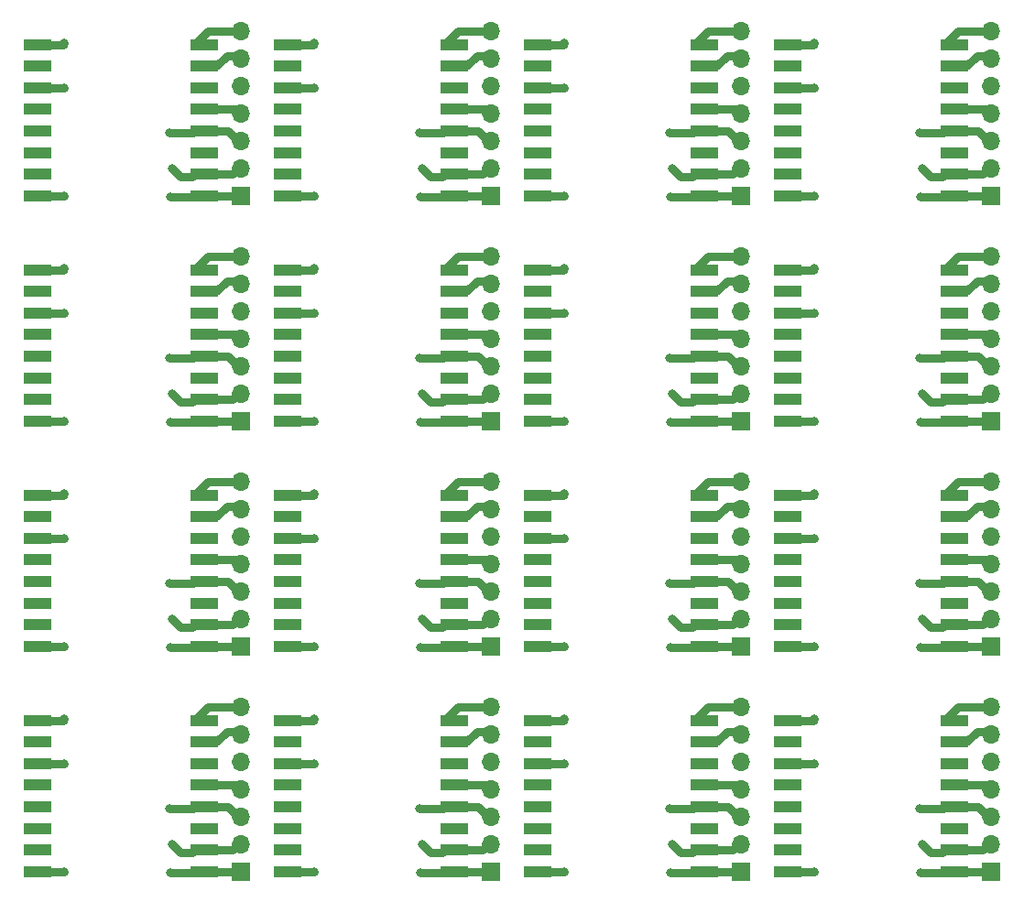
<source format=gbr>
G04 #@! TF.GenerationSoftware,KiCad,Pcbnew,5.1.6-c6e7f7d~86~ubuntu19.10.1*
G04 #@! TF.CreationDate,2021-03-24T16:57:24+01:00*
G04 #@! TF.ProjectId,ESP_12F,4553505f-3132-4462-9e6b-696361645f70,rev?*
G04 #@! TF.SameCoordinates,Original*
G04 #@! TF.FileFunction,Copper,L1,Top*
G04 #@! TF.FilePolarity,Positive*
%FSLAX46Y46*%
G04 Gerber Fmt 4.6, Leading zero omitted, Abs format (unit mm)*
G04 Created by KiCad (PCBNEW 5.1.6-c6e7f7d~86~ubuntu19.10.1) date 2021-03-24 16:57:24*
%MOMM*%
%LPD*%
G01*
G04 APERTURE LIST*
G04 #@! TA.AperFunction,ComponentPad*
%ADD10R,1.700000X1.700000*%
G04 #@! TD*
G04 #@! TA.AperFunction,ComponentPad*
%ADD11O,1.700000X1.700000*%
G04 #@! TD*
G04 #@! TA.AperFunction,SMDPad,CuDef*
%ADD12R,2.500000X1.100000*%
G04 #@! TD*
G04 #@! TA.AperFunction,ViaPad*
%ADD13C,0.800000*%
G04 #@! TD*
G04 #@! TA.AperFunction,Conductor*
%ADD14C,0.800000*%
G04 #@! TD*
G04 APERTURE END LIST*
D10*
X206502000Y-73152000D03*
D11*
X206502000Y-70612000D03*
X206502000Y-68072000D03*
X206502000Y-65532000D03*
X206502000Y-62992000D03*
X206502000Y-60452000D03*
X206502000Y-57912000D03*
X183388000Y-57912000D03*
X183388000Y-60452000D03*
X183388000Y-62992000D03*
X183388000Y-65532000D03*
X183388000Y-68072000D03*
X183388000Y-70612000D03*
D10*
X183388000Y-73152000D03*
D12*
X187768000Y-121666000D03*
X187768000Y-123666000D03*
X187768000Y-125666000D03*
X187768000Y-127666000D03*
X187768000Y-129666000D03*
X187768000Y-131666000D03*
X187768000Y-133666000D03*
X187768000Y-135666000D03*
X203168000Y-135666000D03*
X203168000Y-133666000D03*
X203168000Y-131666000D03*
X203168000Y-129666000D03*
X203168000Y-127666000D03*
X203168000Y-125666000D03*
X203168000Y-123666000D03*
X203168000Y-121666000D03*
X203168000Y-80010000D03*
X203168000Y-82010000D03*
X203168000Y-84010000D03*
X203168000Y-86010000D03*
X203168000Y-88010000D03*
X203168000Y-90010000D03*
X203168000Y-92010000D03*
X203168000Y-94010000D03*
X187768000Y-94010000D03*
X187768000Y-92010000D03*
X187768000Y-90010000D03*
X187768000Y-88010000D03*
X187768000Y-86010000D03*
X187768000Y-84010000D03*
X187768000Y-82010000D03*
X187768000Y-80010000D03*
D11*
X206502000Y-78740000D03*
X206502000Y-81280000D03*
X206502000Y-83820000D03*
X206502000Y-86360000D03*
X206502000Y-88900000D03*
X206502000Y-91440000D03*
D10*
X206502000Y-93980000D03*
D12*
X180054000Y-121666000D03*
X180054000Y-123666000D03*
X180054000Y-125666000D03*
X180054000Y-127666000D03*
X180054000Y-129666000D03*
X180054000Y-131666000D03*
X180054000Y-133666000D03*
X180054000Y-135666000D03*
X164654000Y-135666000D03*
X164654000Y-133666000D03*
X164654000Y-131666000D03*
X164654000Y-129666000D03*
X164654000Y-127666000D03*
X164654000Y-125666000D03*
X164654000Y-123666000D03*
X164654000Y-121666000D03*
X180054000Y-59182000D03*
X180054000Y-61182000D03*
X180054000Y-63182000D03*
X180054000Y-65182000D03*
X180054000Y-67182000D03*
X180054000Y-69182000D03*
X180054000Y-71182000D03*
X180054000Y-73182000D03*
X164654000Y-73182000D03*
X164654000Y-71182000D03*
X164654000Y-69182000D03*
X164654000Y-67182000D03*
X164654000Y-65182000D03*
X164654000Y-63182000D03*
X164654000Y-61182000D03*
X164654000Y-59182000D03*
X164654000Y-80010000D03*
X164654000Y-82010000D03*
X164654000Y-84010000D03*
X164654000Y-86010000D03*
X164654000Y-88010000D03*
X164654000Y-90010000D03*
X164654000Y-92010000D03*
X164654000Y-94010000D03*
X180054000Y-94010000D03*
X180054000Y-92010000D03*
X180054000Y-90010000D03*
X180054000Y-88010000D03*
X180054000Y-86010000D03*
X180054000Y-84010000D03*
X180054000Y-82010000D03*
X180054000Y-80010000D03*
D10*
X206502000Y-135636000D03*
D11*
X206502000Y-133096000D03*
X206502000Y-130556000D03*
X206502000Y-128016000D03*
X206502000Y-125476000D03*
X206502000Y-122936000D03*
X206502000Y-120396000D03*
D10*
X183388000Y-114808000D03*
D11*
X183388000Y-112268000D03*
X183388000Y-109728000D03*
X183388000Y-107188000D03*
X183388000Y-104648000D03*
X183388000Y-102108000D03*
X183388000Y-99568000D03*
X206502000Y-99568000D03*
X206502000Y-102108000D03*
X206502000Y-104648000D03*
X206502000Y-107188000D03*
X206502000Y-109728000D03*
X206502000Y-112268000D03*
D10*
X206502000Y-114808000D03*
D12*
X164654000Y-100838000D03*
X164654000Y-102838000D03*
X164654000Y-104838000D03*
X164654000Y-106838000D03*
X164654000Y-108838000D03*
X164654000Y-110838000D03*
X164654000Y-112838000D03*
X164654000Y-114838000D03*
X180054000Y-114838000D03*
X180054000Y-112838000D03*
X180054000Y-110838000D03*
X180054000Y-108838000D03*
X180054000Y-106838000D03*
X180054000Y-104838000D03*
X180054000Y-102838000D03*
X180054000Y-100838000D03*
X187768000Y-59182000D03*
X187768000Y-61182000D03*
X187768000Y-63182000D03*
X187768000Y-65182000D03*
X187768000Y-67182000D03*
X187768000Y-69182000D03*
X187768000Y-71182000D03*
X187768000Y-73182000D03*
X203168000Y-73182000D03*
X203168000Y-71182000D03*
X203168000Y-69182000D03*
X203168000Y-67182000D03*
X203168000Y-65182000D03*
X203168000Y-63182000D03*
X203168000Y-61182000D03*
X203168000Y-59182000D03*
D10*
X183388000Y-93980000D03*
D11*
X183388000Y-91440000D03*
X183388000Y-88900000D03*
X183388000Y-86360000D03*
X183388000Y-83820000D03*
X183388000Y-81280000D03*
X183388000Y-78740000D03*
D12*
X203168000Y-100838000D03*
X203168000Y-102838000D03*
X203168000Y-104838000D03*
X203168000Y-106838000D03*
X203168000Y-108838000D03*
X203168000Y-110838000D03*
X203168000Y-112838000D03*
X203168000Y-114838000D03*
X187768000Y-114838000D03*
X187768000Y-112838000D03*
X187768000Y-110838000D03*
X187768000Y-108838000D03*
X187768000Y-106838000D03*
X187768000Y-104838000D03*
X187768000Y-102838000D03*
X187768000Y-100838000D03*
D11*
X183388000Y-120396000D03*
X183388000Y-122936000D03*
X183388000Y-125476000D03*
X183388000Y-128016000D03*
X183388000Y-130556000D03*
X183388000Y-133096000D03*
D10*
X183388000Y-135636000D03*
X252730000Y-114808000D03*
D11*
X252730000Y-112268000D03*
X252730000Y-109728000D03*
X252730000Y-107188000D03*
X252730000Y-104648000D03*
X252730000Y-102108000D03*
X252730000Y-99568000D03*
X229616000Y-99568000D03*
X229616000Y-102108000D03*
X229616000Y-104648000D03*
X229616000Y-107188000D03*
X229616000Y-109728000D03*
X229616000Y-112268000D03*
D10*
X229616000Y-114808000D03*
D12*
X249396000Y-121666000D03*
X249396000Y-123666000D03*
X249396000Y-125666000D03*
X249396000Y-127666000D03*
X249396000Y-129666000D03*
X249396000Y-131666000D03*
X249396000Y-133666000D03*
X249396000Y-135666000D03*
X233996000Y-135666000D03*
X233996000Y-133666000D03*
X233996000Y-131666000D03*
X233996000Y-129666000D03*
X233996000Y-127666000D03*
X233996000Y-125666000D03*
X233996000Y-123666000D03*
X233996000Y-121666000D03*
D11*
X252730000Y-120396000D03*
X252730000Y-122936000D03*
X252730000Y-125476000D03*
X252730000Y-128016000D03*
X252730000Y-130556000D03*
X252730000Y-133096000D03*
D10*
X252730000Y-135636000D03*
D12*
X226282000Y-100838000D03*
X226282000Y-102838000D03*
X226282000Y-104838000D03*
X226282000Y-106838000D03*
X226282000Y-108838000D03*
X226282000Y-110838000D03*
X226282000Y-112838000D03*
X226282000Y-114838000D03*
X210882000Y-114838000D03*
X210882000Y-112838000D03*
X210882000Y-110838000D03*
X210882000Y-108838000D03*
X210882000Y-106838000D03*
X210882000Y-104838000D03*
X210882000Y-102838000D03*
X210882000Y-100838000D03*
X210882000Y-121666000D03*
X210882000Y-123666000D03*
X210882000Y-125666000D03*
X210882000Y-127666000D03*
X210882000Y-129666000D03*
X210882000Y-131666000D03*
X210882000Y-133666000D03*
X210882000Y-135666000D03*
X226282000Y-135666000D03*
X226282000Y-133666000D03*
X226282000Y-131666000D03*
X226282000Y-129666000D03*
X226282000Y-127666000D03*
X226282000Y-125666000D03*
X226282000Y-123666000D03*
X226282000Y-121666000D03*
X233996000Y-100838000D03*
X233996000Y-102838000D03*
X233996000Y-104838000D03*
X233996000Y-106838000D03*
X233996000Y-108838000D03*
X233996000Y-110838000D03*
X233996000Y-112838000D03*
X233996000Y-114838000D03*
X249396000Y-114838000D03*
X249396000Y-112838000D03*
X249396000Y-110838000D03*
X249396000Y-108838000D03*
X249396000Y-106838000D03*
X249396000Y-104838000D03*
X249396000Y-102838000D03*
X249396000Y-100838000D03*
D10*
X229616000Y-135636000D03*
D11*
X229616000Y-133096000D03*
X229616000Y-130556000D03*
X229616000Y-128016000D03*
X229616000Y-125476000D03*
X229616000Y-122936000D03*
X229616000Y-120396000D03*
D10*
X252730000Y-93980000D03*
D11*
X252730000Y-91440000D03*
X252730000Y-88900000D03*
X252730000Y-86360000D03*
X252730000Y-83820000D03*
X252730000Y-81280000D03*
X252730000Y-78740000D03*
X229616000Y-78740000D03*
X229616000Y-81280000D03*
X229616000Y-83820000D03*
X229616000Y-86360000D03*
X229616000Y-88900000D03*
X229616000Y-91440000D03*
D10*
X229616000Y-93980000D03*
D12*
X226282000Y-80010000D03*
X226282000Y-82010000D03*
X226282000Y-84010000D03*
X226282000Y-86010000D03*
X226282000Y-88010000D03*
X226282000Y-90010000D03*
X226282000Y-92010000D03*
X226282000Y-94010000D03*
X210882000Y-94010000D03*
X210882000Y-92010000D03*
X210882000Y-90010000D03*
X210882000Y-88010000D03*
X210882000Y-86010000D03*
X210882000Y-84010000D03*
X210882000Y-82010000D03*
X210882000Y-80010000D03*
X233996000Y-80010000D03*
X233996000Y-82010000D03*
X233996000Y-84010000D03*
X233996000Y-86010000D03*
X233996000Y-88010000D03*
X233996000Y-90010000D03*
X233996000Y-92010000D03*
X233996000Y-94010000D03*
X249396000Y-94010000D03*
X249396000Y-92010000D03*
X249396000Y-90010000D03*
X249396000Y-88010000D03*
X249396000Y-86010000D03*
X249396000Y-84010000D03*
X249396000Y-82010000D03*
X249396000Y-80010000D03*
D10*
X229616000Y-73152000D03*
D11*
X229616000Y-70612000D03*
X229616000Y-68072000D03*
X229616000Y-65532000D03*
X229616000Y-62992000D03*
X229616000Y-60452000D03*
X229616000Y-57912000D03*
D12*
X210882000Y-59182000D03*
X210882000Y-61182000D03*
X210882000Y-63182000D03*
X210882000Y-65182000D03*
X210882000Y-67182000D03*
X210882000Y-69182000D03*
X210882000Y-71182000D03*
X210882000Y-73182000D03*
X226282000Y-73182000D03*
X226282000Y-71182000D03*
X226282000Y-69182000D03*
X226282000Y-67182000D03*
X226282000Y-65182000D03*
X226282000Y-63182000D03*
X226282000Y-61182000D03*
X226282000Y-59182000D03*
X249396000Y-59182000D03*
X249396000Y-61182000D03*
X249396000Y-63182000D03*
X249396000Y-65182000D03*
X249396000Y-67182000D03*
X249396000Y-69182000D03*
X249396000Y-71182000D03*
X249396000Y-73182000D03*
X233996000Y-73182000D03*
X233996000Y-71182000D03*
X233996000Y-69182000D03*
X233996000Y-67182000D03*
X233996000Y-65182000D03*
X233996000Y-63182000D03*
X233996000Y-61182000D03*
X233996000Y-59182000D03*
D11*
X252730000Y-57912000D03*
X252730000Y-60452000D03*
X252730000Y-62992000D03*
X252730000Y-65532000D03*
X252730000Y-68072000D03*
X252730000Y-70612000D03*
D10*
X252730000Y-73152000D03*
D13*
X236444000Y-73182000D03*
X213330000Y-73182000D03*
X236444000Y-94010000D03*
X213330000Y-94010000D03*
X213330000Y-135666000D03*
X236444000Y-114838000D03*
X236444000Y-135666000D03*
X213330000Y-114838000D03*
X167102000Y-135666000D03*
X167102000Y-94010000D03*
X190216000Y-114838000D03*
X190216000Y-135666000D03*
X190216000Y-73182000D03*
X190216000Y-94010000D03*
X167102000Y-114838000D03*
X167102000Y-73182000D03*
X246220000Y-73312000D03*
X223106000Y-73312000D03*
X246220000Y-94140000D03*
X223106000Y-94140000D03*
X246220000Y-135796000D03*
X246220000Y-114968000D03*
X223106000Y-114968000D03*
X223106000Y-135796000D03*
X199992000Y-94140000D03*
X199992000Y-73312000D03*
X199992000Y-135796000D03*
X176878000Y-114968000D03*
X176878000Y-135796000D03*
X199992000Y-114968000D03*
X176878000Y-73312000D03*
X176878000Y-94140000D03*
X236410000Y-63182000D03*
X213296000Y-63182000D03*
X213296000Y-84010000D03*
X236410000Y-84010000D03*
X213296000Y-104838000D03*
X236410000Y-125666000D03*
X213296000Y-125666000D03*
X236410000Y-104838000D03*
X167068000Y-63182000D03*
X190182000Y-84010000D03*
X190182000Y-104838000D03*
X167068000Y-125666000D03*
X167068000Y-84010000D03*
X190182000Y-63182000D03*
X167068000Y-104838000D03*
X190182000Y-125666000D03*
X236406001Y-59067001D03*
X213292001Y-59067001D03*
X236406001Y-79895001D03*
X213292001Y-79895001D03*
X236406001Y-100723001D03*
X213292001Y-100723001D03*
X236406001Y-121551001D03*
X213292001Y-121551001D03*
X167064001Y-121551001D03*
X190178001Y-59067001D03*
X167064001Y-59067001D03*
X190178001Y-79895001D03*
X167064001Y-79895001D03*
X190178001Y-121551001D03*
X190178001Y-100723001D03*
X167064001Y-100723001D03*
X246380000Y-70612000D03*
X223266000Y-70612000D03*
X246380000Y-91440000D03*
X223266000Y-91440000D03*
X223266000Y-133096000D03*
X246380000Y-112268000D03*
X223266000Y-112268000D03*
X246380000Y-133096000D03*
X200152000Y-112268000D03*
X200152000Y-133096000D03*
X177038000Y-91440000D03*
X200152000Y-70612000D03*
X177038000Y-70612000D03*
X177038000Y-112268000D03*
X177038000Y-133096000D03*
X200152000Y-91440000D03*
X246126000Y-67310000D03*
X223012000Y-67310000D03*
X223012000Y-88138000D03*
X246126000Y-88138000D03*
X246126000Y-129794000D03*
X223012000Y-108966000D03*
X246126000Y-108966000D03*
X223012000Y-129794000D03*
X176784000Y-108966000D03*
X199898000Y-108966000D03*
X199898000Y-88138000D03*
X176784000Y-67310000D03*
X199898000Y-129794000D03*
X199898000Y-67310000D03*
X176784000Y-129794000D03*
X176784000Y-88138000D03*
D14*
X234442000Y-63182000D02*
X236410000Y-63182000D01*
X234442000Y-73182000D02*
X236444000Y-73182000D01*
X236444000Y-73182000D02*
X236444000Y-73182000D01*
X213330000Y-73182000D02*
X213330000Y-73182000D01*
X211328000Y-73182000D02*
X213330000Y-73182000D01*
X211328000Y-94010000D02*
X213330000Y-94010000D01*
X236444000Y-94010000D02*
X236444000Y-94010000D01*
X213330000Y-94010000D02*
X213330000Y-94010000D01*
X234442000Y-94010000D02*
X236444000Y-94010000D01*
X234442000Y-135666000D02*
X236444000Y-135666000D01*
X211328000Y-135666000D02*
X213330000Y-135666000D01*
X211328000Y-114838000D02*
X213330000Y-114838000D01*
X236444000Y-135666000D02*
X236444000Y-135666000D01*
X236444000Y-114838000D02*
X236444000Y-114838000D01*
X213330000Y-114838000D02*
X213330000Y-114838000D01*
X234442000Y-114838000D02*
X236444000Y-114838000D01*
X213330000Y-135666000D02*
X213330000Y-135666000D01*
X165100000Y-114838000D02*
X167102000Y-114838000D01*
X188214000Y-135666000D02*
X190216000Y-135666000D01*
X165100000Y-135666000D02*
X167102000Y-135666000D01*
X188214000Y-114838000D02*
X190216000Y-114838000D01*
X188214000Y-94010000D02*
X190216000Y-94010000D01*
X165100000Y-94010000D02*
X167102000Y-94010000D01*
X165100000Y-73182000D02*
X167102000Y-73182000D01*
X190216000Y-94010000D02*
X190216000Y-94010000D01*
X190216000Y-73182000D02*
X190216000Y-73182000D01*
X167102000Y-73182000D02*
X167102000Y-73182000D01*
X167102000Y-114838000D02*
X167102000Y-114838000D01*
X190216000Y-135666000D02*
X190216000Y-135666000D01*
X188214000Y-73182000D02*
X190216000Y-73182000D01*
X167102000Y-135666000D02*
X167102000Y-135666000D01*
X190216000Y-114838000D02*
X190216000Y-114838000D01*
X167102000Y-94010000D02*
X167102000Y-94010000D01*
X252506000Y-73182000D02*
X252523001Y-73199001D01*
X248442000Y-73182000D02*
X252506000Y-73182000D01*
X248312000Y-73312000D02*
X248442000Y-73182000D01*
X246220000Y-73312000D02*
X248312000Y-73312000D01*
X229392000Y-73182000D02*
X229409001Y-73199001D01*
X223106000Y-73312000D02*
X225198000Y-73312000D01*
X225198000Y-73312000D02*
X225328000Y-73182000D01*
X225328000Y-73182000D02*
X229392000Y-73182000D01*
X252506000Y-94010000D02*
X252523001Y-94027001D01*
X246220000Y-94140000D02*
X248312000Y-94140000D01*
X248312000Y-94140000D02*
X248442000Y-94010000D01*
X248442000Y-94010000D02*
X252506000Y-94010000D01*
X225328000Y-94010000D02*
X229392000Y-94010000D01*
X229392000Y-94010000D02*
X229409001Y-94027001D01*
X225198000Y-94140000D02*
X225328000Y-94010000D01*
X223106000Y-94140000D02*
X225198000Y-94140000D01*
X246220000Y-135796000D02*
X248312000Y-135796000D01*
X225328000Y-135666000D02*
X229392000Y-135666000D01*
X252506000Y-114838000D02*
X252523001Y-114855001D01*
X246220000Y-114968000D02*
X248312000Y-114968000D01*
X225198000Y-135796000D02*
X225328000Y-135666000D01*
X248312000Y-114968000D02*
X248442000Y-114838000D01*
X248442000Y-135666000D02*
X252506000Y-135666000D01*
X229392000Y-135666000D02*
X229409001Y-135683001D01*
X248442000Y-114838000D02*
X252506000Y-114838000D01*
X225328000Y-114838000D02*
X229392000Y-114838000D01*
X229392000Y-114838000D02*
X229409001Y-114855001D01*
X225198000Y-114968000D02*
X225328000Y-114838000D01*
X252506000Y-135666000D02*
X252523001Y-135683001D01*
X223106000Y-114968000D02*
X225198000Y-114968000D01*
X223106000Y-135796000D02*
X225198000Y-135796000D01*
X248312000Y-135796000D02*
X248442000Y-135666000D01*
X206278000Y-114838000D02*
X206295001Y-114855001D01*
X183164000Y-114838000D02*
X183181001Y-114855001D01*
X199992000Y-94140000D02*
X202084000Y-94140000D01*
X202084000Y-114968000D02*
X202214000Y-114838000D01*
X179100000Y-94010000D02*
X183164000Y-94010000D01*
X206278000Y-73182000D02*
X206295001Y-73199001D01*
X199992000Y-73312000D02*
X202084000Y-73312000D01*
X202084000Y-135796000D02*
X202214000Y-135666000D01*
X178970000Y-94140000D02*
X179100000Y-94010000D01*
X202084000Y-73312000D02*
X202214000Y-73182000D01*
X178970000Y-114968000D02*
X179100000Y-114838000D01*
X202214000Y-94010000D02*
X206278000Y-94010000D01*
X183164000Y-94010000D02*
X183181001Y-94027001D01*
X176878000Y-114968000D02*
X178970000Y-114968000D01*
X176878000Y-135796000D02*
X178970000Y-135796000D01*
X202214000Y-73182000D02*
X206278000Y-73182000D01*
X199992000Y-135796000D02*
X202084000Y-135796000D01*
X202214000Y-114838000D02*
X206278000Y-114838000D01*
X179100000Y-73182000D02*
X183164000Y-73182000D01*
X202214000Y-135666000D02*
X206278000Y-135666000D01*
X183164000Y-73182000D02*
X183181001Y-73199001D01*
X178970000Y-135796000D02*
X179100000Y-135666000D01*
X178970000Y-73312000D02*
X179100000Y-73182000D01*
X179100000Y-114838000D02*
X183164000Y-114838000D01*
X179100000Y-135666000D02*
X183164000Y-135666000D01*
X183164000Y-135666000D02*
X183181001Y-135683001D01*
X206278000Y-135666000D02*
X206295001Y-135683001D01*
X206278000Y-94010000D02*
X206295001Y-94027001D01*
X199992000Y-114968000D02*
X202084000Y-114968000D01*
X176878000Y-73312000D02*
X178970000Y-73312000D01*
X176878000Y-94140000D02*
X178970000Y-94140000D01*
X202084000Y-94140000D02*
X202214000Y-94010000D01*
X236410000Y-63182000D02*
X236410000Y-63182000D01*
X211328000Y-63182000D02*
X213296000Y-63182000D01*
X213296000Y-63182000D02*
X213296000Y-63182000D01*
X213296000Y-84010000D02*
X213296000Y-84010000D01*
X211328000Y-84010000D02*
X213296000Y-84010000D01*
X234442000Y-84010000D02*
X236410000Y-84010000D01*
X236410000Y-84010000D02*
X236410000Y-84010000D01*
X213296000Y-125666000D02*
X213296000Y-125666000D01*
X213296000Y-104838000D02*
X213296000Y-104838000D01*
X211328000Y-104838000D02*
X213296000Y-104838000D01*
X234442000Y-104838000D02*
X236410000Y-104838000D01*
X234442000Y-125666000D02*
X236410000Y-125666000D01*
X236410000Y-125666000D02*
X236410000Y-125666000D01*
X211328000Y-125666000D02*
X213296000Y-125666000D01*
X236410000Y-104838000D02*
X236410000Y-104838000D01*
X188214000Y-104838000D02*
X190182000Y-104838000D01*
X188214000Y-125666000D02*
X190182000Y-125666000D01*
X165100000Y-125666000D02*
X167068000Y-125666000D01*
X190182000Y-104838000D02*
X190182000Y-104838000D01*
X167068000Y-84010000D02*
X167068000Y-84010000D01*
X167068000Y-63182000D02*
X167068000Y-63182000D01*
X165100000Y-63182000D02*
X167068000Y-63182000D01*
X167068000Y-104838000D02*
X167068000Y-104838000D01*
X188214000Y-63182000D02*
X190182000Y-63182000D01*
X188214000Y-84010000D02*
X190182000Y-84010000D01*
X190182000Y-84010000D02*
X190182000Y-84010000D01*
X165100000Y-104838000D02*
X167068000Y-104838000D01*
X165100000Y-84010000D02*
X167068000Y-84010000D01*
X190182000Y-63182000D02*
X190182000Y-63182000D01*
X167068000Y-125666000D02*
X167068000Y-125666000D01*
X190182000Y-125666000D02*
X190182000Y-125666000D01*
X234556999Y-59067001D02*
X234442000Y-59182000D01*
X236291002Y-59182000D02*
X236406001Y-59067001D01*
X234442000Y-59182000D02*
X236291002Y-59182000D01*
X211328000Y-59182000D02*
X213177002Y-59182000D01*
X213177002Y-59182000D02*
X213292001Y-59067001D01*
X211442999Y-59067001D02*
X211328000Y-59182000D01*
X211442999Y-79895001D02*
X211328000Y-80010000D01*
X234442000Y-80010000D02*
X236291002Y-80010000D01*
X211328000Y-80010000D02*
X213177002Y-80010000D01*
X213177002Y-80010000D02*
X213292001Y-79895001D01*
X236291002Y-80010000D02*
X236406001Y-79895001D01*
X234556999Y-79895001D02*
X234442000Y-80010000D01*
X211442999Y-121551001D02*
X211328000Y-121666000D01*
X234442000Y-121666000D02*
X236291002Y-121666000D01*
X211442999Y-100723001D02*
X211328000Y-100838000D01*
X236291002Y-121666000D02*
X236406001Y-121551001D01*
X234442000Y-100838000D02*
X236291002Y-100838000D01*
X211328000Y-121666000D02*
X213177002Y-121666000D01*
X211328000Y-100838000D02*
X213177002Y-100838000D01*
X213177002Y-100838000D02*
X213292001Y-100723001D01*
X234556999Y-121551001D02*
X234442000Y-121666000D01*
X236291002Y-100838000D02*
X236406001Y-100723001D01*
X213177002Y-121666000D02*
X213292001Y-121551001D01*
X234556999Y-100723001D02*
X234442000Y-100838000D01*
X188214000Y-121666000D02*
X190063002Y-121666000D01*
X165100000Y-121666000D02*
X166949002Y-121666000D01*
X188214000Y-100838000D02*
X190063002Y-100838000D01*
X165214999Y-79895001D02*
X165100000Y-80010000D01*
X188214000Y-80010000D02*
X190063002Y-80010000D01*
X190063002Y-100838000D02*
X190178001Y-100723001D01*
X166949002Y-121666000D02*
X167064001Y-121551001D01*
X190063002Y-121666000D02*
X190178001Y-121551001D01*
X188328999Y-121551001D02*
X188214000Y-121666000D01*
X188328999Y-100723001D02*
X188214000Y-100838000D01*
X166949002Y-100838000D02*
X167064001Y-100723001D01*
X165214999Y-59067001D02*
X165100000Y-59182000D01*
X190063002Y-80010000D02*
X190178001Y-79895001D01*
X188214000Y-59182000D02*
X190063002Y-59182000D01*
X165100000Y-80010000D02*
X166949002Y-80010000D01*
X165100000Y-59182000D02*
X166949002Y-59182000D01*
X165100000Y-100838000D02*
X166949002Y-100838000D01*
X165214999Y-121551001D02*
X165100000Y-121666000D01*
X166949002Y-59182000D02*
X167064001Y-59067001D01*
X165214999Y-100723001D02*
X165100000Y-100838000D01*
X188328999Y-79895001D02*
X188214000Y-80010000D01*
X190063002Y-59182000D02*
X190178001Y-59067001D01*
X166949002Y-80010000D02*
X167064001Y-79895001D01*
X188328999Y-59067001D02*
X188214000Y-59182000D01*
X252126000Y-65182000D02*
X252523001Y-65579001D01*
X248442000Y-65182000D02*
X252126000Y-65182000D01*
X229012000Y-65182000D02*
X229409001Y-65579001D01*
X225328000Y-65182000D02*
X229012000Y-65182000D01*
X229012000Y-86010000D02*
X229409001Y-86407001D01*
X225328000Y-86010000D02*
X229012000Y-86010000D01*
X252126000Y-86010000D02*
X252523001Y-86407001D01*
X248442000Y-86010000D02*
X252126000Y-86010000D01*
X229012000Y-106838000D02*
X229409001Y-107235001D01*
X225328000Y-106838000D02*
X229012000Y-106838000D01*
X225328000Y-127666000D02*
X229012000Y-127666000D01*
X248442000Y-127666000D02*
X252126000Y-127666000D01*
X252126000Y-106838000D02*
X252523001Y-107235001D01*
X252126000Y-127666000D02*
X252523001Y-128063001D01*
X248442000Y-106838000D02*
X252126000Y-106838000D01*
X229012000Y-127666000D02*
X229409001Y-128063001D01*
X182784000Y-65182000D02*
X183181001Y-65579001D01*
X179100000Y-65182000D02*
X182784000Y-65182000D01*
X179100000Y-86010000D02*
X182784000Y-86010000D01*
X205898000Y-106838000D02*
X206295001Y-107235001D01*
X202214000Y-106838000D02*
X205898000Y-106838000D01*
X205898000Y-127666000D02*
X206295001Y-128063001D01*
X202214000Y-86010000D02*
X205898000Y-86010000D01*
X182784000Y-127666000D02*
X183181001Y-128063001D01*
X179100000Y-127666000D02*
X182784000Y-127666000D01*
X179100000Y-106838000D02*
X182784000Y-106838000D01*
X202214000Y-127666000D02*
X205898000Y-127666000D01*
X205898000Y-65182000D02*
X206295001Y-65579001D01*
X205898000Y-86010000D02*
X206295001Y-86407001D01*
X182784000Y-106838000D02*
X183181001Y-107235001D01*
X202214000Y-65182000D02*
X205898000Y-65182000D01*
X182784000Y-86010000D02*
X183181001Y-86407001D01*
X252000002Y-71182000D02*
X252523001Y-70659001D01*
X248442000Y-71182000D02*
X252000002Y-71182000D01*
X246380000Y-70612000D02*
X247142000Y-71374000D01*
X248250000Y-71374000D02*
X248442000Y-71182000D01*
X247142000Y-71374000D02*
X248250000Y-71374000D01*
X223266000Y-70612000D02*
X224028000Y-71374000D01*
X228886002Y-71182000D02*
X229409001Y-70659001D01*
X224028000Y-71374000D02*
X225136000Y-71374000D01*
X225136000Y-71374000D02*
X225328000Y-71182000D01*
X225328000Y-71182000D02*
X228886002Y-71182000D01*
X225136000Y-92202000D02*
X225328000Y-92010000D01*
X246380000Y-91440000D02*
X247142000Y-92202000D01*
X252000002Y-92010000D02*
X252523001Y-91487001D01*
X247142000Y-92202000D02*
X248250000Y-92202000D01*
X228886002Y-92010000D02*
X229409001Y-91487001D01*
X225328000Y-92010000D02*
X228886002Y-92010000D01*
X224028000Y-92202000D02*
X225136000Y-92202000D01*
X248250000Y-92202000D02*
X248442000Y-92010000D01*
X223266000Y-91440000D02*
X224028000Y-92202000D01*
X248442000Y-92010000D02*
X252000002Y-92010000D01*
X225136000Y-113030000D02*
X225328000Y-112838000D01*
X246380000Y-112268000D02*
X247142000Y-113030000D01*
X252000002Y-112838000D02*
X252523001Y-112315001D01*
X247142000Y-113030000D02*
X248250000Y-113030000D01*
X223266000Y-133096000D02*
X224028000Y-133858000D01*
X228886002Y-112838000D02*
X229409001Y-112315001D01*
X224028000Y-133858000D02*
X225136000Y-133858000D01*
X248250000Y-133858000D02*
X248442000Y-133666000D01*
X246380000Y-133096000D02*
X247142000Y-133858000D01*
X225328000Y-112838000D02*
X228886002Y-112838000D01*
X228886002Y-133666000D02*
X229409001Y-133143001D01*
X248442000Y-133666000D02*
X252000002Y-133666000D01*
X225136000Y-133858000D02*
X225328000Y-133666000D01*
X225328000Y-133666000D02*
X228886002Y-133666000D01*
X224028000Y-113030000D02*
X225136000Y-113030000D01*
X248250000Y-113030000D02*
X248442000Y-112838000D01*
X223266000Y-112268000D02*
X224028000Y-113030000D01*
X252000002Y-133666000D02*
X252523001Y-133143001D01*
X247142000Y-133858000D02*
X248250000Y-133858000D01*
X248442000Y-112838000D02*
X252000002Y-112838000D01*
X200914000Y-113030000D02*
X202022000Y-113030000D01*
X177038000Y-112268000D02*
X177800000Y-113030000D01*
X177038000Y-133096000D02*
X177800000Y-133858000D01*
X182658002Y-133666000D02*
X183181001Y-133143001D01*
X178908000Y-71374000D02*
X179100000Y-71182000D01*
X200152000Y-70612000D02*
X200914000Y-71374000D01*
X205772002Y-71182000D02*
X206295001Y-70659001D01*
X200914000Y-71374000D02*
X202022000Y-71374000D01*
X177038000Y-91440000D02*
X177800000Y-92202000D01*
X182658002Y-71182000D02*
X183181001Y-70659001D01*
X202214000Y-112838000D02*
X205772002Y-112838000D01*
X177800000Y-92202000D02*
X178908000Y-92202000D01*
X202022000Y-92202000D02*
X202214000Y-92010000D01*
X200152000Y-91440000D02*
X200914000Y-92202000D01*
X179100000Y-71182000D02*
X182658002Y-71182000D01*
X178908000Y-113030000D02*
X179100000Y-112838000D01*
X182658002Y-92010000D02*
X183181001Y-91487001D01*
X182658002Y-112838000D02*
X183181001Y-112315001D01*
X177800000Y-113030000D02*
X178908000Y-113030000D01*
X202022000Y-113030000D02*
X202214000Y-112838000D01*
X179100000Y-112838000D02*
X182658002Y-112838000D01*
X202214000Y-92010000D02*
X205772002Y-92010000D01*
X178908000Y-92202000D02*
X179100000Y-92010000D01*
X200914000Y-133858000D02*
X202022000Y-133858000D01*
X177800000Y-133858000D02*
X178908000Y-133858000D01*
X202022000Y-133858000D02*
X202214000Y-133666000D01*
X179100000Y-92010000D02*
X182658002Y-92010000D01*
X177800000Y-71374000D02*
X178908000Y-71374000D01*
X202022000Y-71374000D02*
X202214000Y-71182000D01*
X202214000Y-133666000D02*
X205772002Y-133666000D01*
X177038000Y-70612000D02*
X177800000Y-71374000D01*
X200152000Y-112268000D02*
X200914000Y-113030000D01*
X205772002Y-112838000D02*
X206295001Y-112315001D01*
X178908000Y-133858000D02*
X179100000Y-133666000D01*
X205772002Y-133666000D02*
X206295001Y-133143001D01*
X205772002Y-92010000D02*
X206295001Y-91487001D01*
X200914000Y-92202000D02*
X202022000Y-92202000D01*
X202214000Y-71182000D02*
X205772002Y-71182000D01*
X200152000Y-133096000D02*
X200914000Y-133858000D01*
X179100000Y-133666000D02*
X182658002Y-133666000D01*
X251586000Y-67182000D02*
X252523001Y-68119001D01*
X248442000Y-67182000D02*
X251586000Y-67182000D01*
X248314000Y-67310000D02*
X248442000Y-67182000D01*
X246126000Y-67310000D02*
X248314000Y-67310000D01*
X223012000Y-67310000D02*
X225200000Y-67310000D01*
X228472000Y-67182000D02*
X229409001Y-68119001D01*
X225200000Y-67310000D02*
X225328000Y-67182000D01*
X225328000Y-67182000D02*
X228472000Y-67182000D01*
X246126000Y-88138000D02*
X248314000Y-88138000D01*
X251586000Y-88010000D02*
X252523001Y-88947001D01*
X248314000Y-88138000D02*
X248442000Y-88010000D01*
X248442000Y-88010000D02*
X251586000Y-88010000D01*
X225328000Y-88010000D02*
X228472000Y-88010000D01*
X228472000Y-88010000D02*
X229409001Y-88947001D01*
X223012000Y-88138000D02*
X225200000Y-88138000D01*
X225200000Y-88138000D02*
X225328000Y-88010000D01*
X248314000Y-129794000D02*
X248442000Y-129666000D01*
X246126000Y-108966000D02*
X248314000Y-108966000D01*
X251586000Y-108838000D02*
X252523001Y-109775001D01*
X228472000Y-129666000D02*
X229409001Y-130603001D01*
X248314000Y-108966000D02*
X248442000Y-108838000D01*
X225328000Y-129666000D02*
X228472000Y-129666000D01*
X251586000Y-129666000D02*
X252523001Y-130603001D01*
X248442000Y-108838000D02*
X251586000Y-108838000D01*
X248442000Y-129666000D02*
X251586000Y-129666000D01*
X223012000Y-129794000D02*
X225200000Y-129794000D01*
X225328000Y-108838000D02*
X228472000Y-108838000D01*
X228472000Y-108838000D02*
X229409001Y-109775001D01*
X223012000Y-108966000D02*
X225200000Y-108966000D01*
X225200000Y-108966000D02*
X225328000Y-108838000D01*
X225200000Y-129794000D02*
X225328000Y-129666000D01*
X246126000Y-129794000D02*
X248314000Y-129794000D01*
X202086000Y-88138000D02*
X202214000Y-88010000D01*
X199898000Y-129794000D02*
X202086000Y-129794000D01*
X205358000Y-108838000D02*
X206295001Y-109775001D01*
X199898000Y-67310000D02*
X202086000Y-67310000D01*
X176784000Y-129794000D02*
X178972000Y-129794000D01*
X179100000Y-129666000D02*
X182244000Y-129666000D01*
X205358000Y-129666000D02*
X206295001Y-130603001D01*
X205358000Y-67182000D02*
X206295001Y-68119001D01*
X182244000Y-88010000D02*
X183181001Y-88947001D01*
X202086000Y-67310000D02*
X202214000Y-67182000D01*
X179100000Y-88010000D02*
X182244000Y-88010000D01*
X205358000Y-88010000D02*
X206295001Y-88947001D01*
X202214000Y-67182000D02*
X205358000Y-67182000D01*
X202214000Y-129666000D02*
X205358000Y-129666000D01*
X202214000Y-88010000D02*
X205358000Y-88010000D01*
X176784000Y-88138000D02*
X178972000Y-88138000D01*
X179100000Y-67182000D02*
X182244000Y-67182000D01*
X182244000Y-67182000D02*
X183181001Y-68119001D01*
X176784000Y-67310000D02*
X178972000Y-67310000D01*
X182244000Y-129666000D02*
X183181001Y-130603001D01*
X178972000Y-67310000D02*
X179100000Y-67182000D01*
X176784000Y-108966000D02*
X178972000Y-108966000D01*
X178972000Y-108966000D02*
X179100000Y-108838000D01*
X178972000Y-88138000D02*
X179100000Y-88010000D01*
X178972000Y-129794000D02*
X179100000Y-129666000D01*
X202086000Y-129794000D02*
X202214000Y-129666000D01*
X199898000Y-108966000D02*
X202086000Y-108966000D01*
X202086000Y-108966000D02*
X202214000Y-108838000D01*
X182244000Y-108838000D02*
X183181001Y-109775001D01*
X179100000Y-108838000D02*
X182244000Y-108838000D01*
X202214000Y-108838000D02*
X205358000Y-108838000D01*
X199898000Y-88138000D02*
X202086000Y-88138000D01*
X248442000Y-61182000D02*
X250476000Y-61182000D01*
X251460000Y-60198000D02*
X252476000Y-60198000D01*
X250476000Y-61182000D02*
X251460000Y-60198000D01*
X228346000Y-60198000D02*
X229362000Y-60198000D01*
X227362000Y-61182000D02*
X228346000Y-60198000D01*
X225328000Y-61182000D02*
X227362000Y-61182000D01*
X227362000Y-82010000D02*
X228346000Y-81026000D01*
X228346000Y-81026000D02*
X229362000Y-81026000D01*
X251460000Y-81026000D02*
X252476000Y-81026000D01*
X250476000Y-82010000D02*
X251460000Y-81026000D01*
X248442000Y-82010000D02*
X250476000Y-82010000D01*
X225328000Y-82010000D02*
X227362000Y-82010000D01*
X248442000Y-123666000D02*
X250476000Y-123666000D01*
X227362000Y-102838000D02*
X228346000Y-101854000D01*
X250476000Y-123666000D02*
X251460000Y-122682000D01*
X227362000Y-123666000D02*
X228346000Y-122682000D01*
X228346000Y-101854000D02*
X229362000Y-101854000D01*
X251460000Y-101854000D02*
X252476000Y-101854000D01*
X251460000Y-122682000D02*
X252476000Y-122682000D01*
X250476000Y-102838000D02*
X251460000Y-101854000D01*
X248442000Y-102838000D02*
X250476000Y-102838000D01*
X228346000Y-122682000D02*
X229362000Y-122682000D01*
X225328000Y-102838000D02*
X227362000Y-102838000D01*
X225328000Y-123666000D02*
X227362000Y-123666000D01*
X202214000Y-82010000D02*
X204248000Y-82010000D01*
X204248000Y-123666000D02*
X205232000Y-122682000D01*
X181134000Y-61182000D02*
X182118000Y-60198000D01*
X205232000Y-122682000D02*
X206248000Y-122682000D01*
X204248000Y-102838000D02*
X205232000Y-101854000D01*
X182118000Y-122682000D02*
X183134000Y-122682000D01*
X204248000Y-82010000D02*
X205232000Y-81026000D01*
X179100000Y-102838000D02*
X181134000Y-102838000D01*
X181134000Y-82010000D02*
X182118000Y-81026000D01*
X182118000Y-60198000D02*
X183134000Y-60198000D01*
X202214000Y-102838000D02*
X204248000Y-102838000D01*
X205232000Y-60198000D02*
X206248000Y-60198000D01*
X205232000Y-81026000D02*
X206248000Y-81026000D01*
X204248000Y-61182000D02*
X205232000Y-60198000D01*
X202214000Y-61182000D02*
X204248000Y-61182000D01*
X182118000Y-81026000D02*
X183134000Y-81026000D01*
X182118000Y-101854000D02*
X183134000Y-101854000D01*
X202214000Y-123666000D02*
X204248000Y-123666000D01*
X205232000Y-101854000D02*
X206248000Y-101854000D01*
X179100000Y-123666000D02*
X181134000Y-123666000D01*
X179100000Y-61182000D02*
X181134000Y-61182000D01*
X181134000Y-123666000D02*
X182118000Y-122682000D01*
X181134000Y-102838000D02*
X182118000Y-101854000D01*
X179100000Y-82010000D02*
X181134000Y-82010000D01*
X249712000Y-57912000D02*
X252476000Y-57912000D01*
X248442000Y-59182000D02*
X249712000Y-57912000D01*
X225328000Y-59182000D02*
X226598000Y-57912000D01*
X226598000Y-57912000D02*
X229362000Y-57912000D01*
X225328000Y-80010000D02*
X226598000Y-78740000D01*
X248442000Y-80010000D02*
X249712000Y-78740000D01*
X249712000Y-78740000D02*
X252476000Y-78740000D01*
X226598000Y-78740000D02*
X229362000Y-78740000D01*
X248442000Y-121666000D02*
X249712000Y-120396000D01*
X225328000Y-100838000D02*
X226598000Y-99568000D01*
X248442000Y-100838000D02*
X249712000Y-99568000D01*
X225328000Y-121666000D02*
X226598000Y-120396000D01*
X226598000Y-120396000D02*
X229362000Y-120396000D01*
X249712000Y-99568000D02*
X252476000Y-99568000D01*
X249712000Y-120396000D02*
X252476000Y-120396000D01*
X226598000Y-99568000D02*
X229362000Y-99568000D01*
X180370000Y-120396000D02*
X183134000Y-120396000D01*
X202214000Y-80010000D02*
X203484000Y-78740000D01*
X202214000Y-100838000D02*
X203484000Y-99568000D01*
X179100000Y-59182000D02*
X180370000Y-57912000D01*
X179100000Y-100838000D02*
X180370000Y-99568000D01*
X202214000Y-59182000D02*
X203484000Y-57912000D01*
X202214000Y-121666000D02*
X203484000Y-120396000D01*
X203484000Y-120396000D02*
X206248000Y-120396000D01*
X179100000Y-80010000D02*
X180370000Y-78740000D01*
X180370000Y-78740000D02*
X183134000Y-78740000D01*
X203484000Y-99568000D02*
X206248000Y-99568000D01*
X203484000Y-57912000D02*
X206248000Y-57912000D01*
X203484000Y-78740000D02*
X206248000Y-78740000D01*
X180370000Y-57912000D02*
X183134000Y-57912000D01*
X179100000Y-121666000D02*
X180370000Y-120396000D01*
X180370000Y-99568000D02*
X183134000Y-99568000D01*
M02*

</source>
